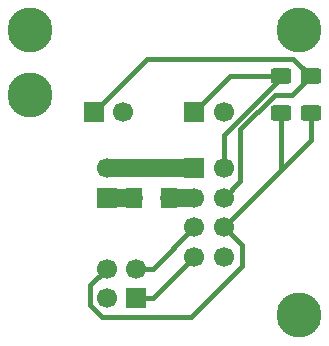
<source format=gbr>
%TF.GenerationSoftware,KiCad,Pcbnew,(7.0.0)*%
%TF.CreationDate,2023-03-06T19:44:32-05:00*%
%TF.ProjectId,Module Board,4d6f6475-6c65-4204-926f-6172642e6b69,rev?*%
%TF.SameCoordinates,Original*%
%TF.FileFunction,Copper,L1,Top*%
%TF.FilePolarity,Positive*%
%FSLAX46Y46*%
G04 Gerber Fmt 4.6, Leading zero omitted, Abs format (unit mm)*
G04 Created by KiCad (PCBNEW (7.0.0)) date 2023-03-06 19:44:32*
%MOMM*%
%LPD*%
G01*
G04 APERTURE LIST*
G04 Aperture macros list*
%AMRoundRect*
0 Rectangle with rounded corners*
0 $1 Rounding radius*
0 $2 $3 $4 $5 $6 $7 $8 $9 X,Y pos of 4 corners*
0 Add a 4 corners polygon primitive as box body*
4,1,4,$2,$3,$4,$5,$6,$7,$8,$9,$2,$3,0*
0 Add four circle primitives for the rounded corners*
1,1,$1+$1,$2,$3*
1,1,$1+$1,$4,$5*
1,1,$1+$1,$6,$7*
1,1,$1+$1,$8,$9*
0 Add four rect primitives between the rounded corners*
20,1,$1+$1,$2,$3,$4,$5,0*
20,1,$1+$1,$4,$5,$6,$7,0*
20,1,$1+$1,$6,$7,$8,$9,0*
20,1,$1+$1,$8,$9,$2,$3,0*%
G04 Aperture macros list end*
%TA.AperFunction,ComponentPad*%
%ADD10C,2.600000*%
%TD*%
%TA.AperFunction,SMDPad,CuDef*%
%ADD11RoundRect,0.250000X-0.625000X0.400000X-0.625000X-0.400000X0.625000X-0.400000X0.625000X0.400000X0*%
%TD*%
%TA.AperFunction,ComponentPad*%
%ADD12R,1.700000X1.700000*%
%TD*%
%TA.AperFunction,ComponentPad*%
%ADD13C,1.700000*%
%TD*%
%TA.AperFunction,ConnectorPad*%
%ADD14C,3.800000*%
%TD*%
%TA.AperFunction,SMDPad,CuDef*%
%ADD15RoundRect,0.250001X-0.462499X-0.624999X0.462499X-0.624999X0.462499X0.624999X-0.462499X0.624999X0*%
%TD*%
%TA.AperFunction,Conductor*%
%ADD16C,1.524000*%
%TD*%
%TA.AperFunction,Conductor*%
%ADD17C,0.381000*%
%TD*%
G04 APERTURE END LIST*
D10*
%TO.P,,1*%
%TO.N,N/C*%
X113411000Y-63246000D03*
%TD*%
D11*
%TO.P,R1,1*%
%TO.N,/ULS*%
X134620000Y-61696000D03*
%TO.P,R1,2*%
%TO.N,+3V3*%
X134620000Y-64796000D03*
%TD*%
%TO.P,R2,1*%
%TO.N,/LLS*%
X137160000Y-61670000D03*
%TO.P,R2,2*%
%TO.N,+3V3*%
X137160000Y-64770000D03*
%TD*%
D12*
%TO.P,J1,1,Pin_1*%
%TO.N,/ULS*%
X127291499Y-64711000D03*
D13*
%TO.P,J1,2,Pin_2*%
%TO.N,GND*%
X129791500Y-64711001D03*
%TD*%
D10*
%TO.P,REF\u002A\u002A,1*%
%TO.N,N/C*%
X113411000Y-57785000D03*
D14*
X113411000Y-57785000D03*
%TD*%
D12*
%TO.P,J3,1,Pin_1*%
%TO.N,/SDA*%
X122387999Y-80477999D03*
D13*
%TO.P,J3,2,Pin_2*%
%TO.N,/SCL*%
X122388000Y-77978000D03*
%TO.P,J3,3,Pin_3*%
%TO.N,GND*%
X119888000Y-80478000D03*
%TO.P,J3,4,Pin_4*%
%TO.N,+3V3*%
X119888000Y-77978000D03*
%TD*%
D10*
%TO.P,REF\u002A\u002A,1*%
%TO.N,N/C*%
X113411000Y-63246000D03*
D14*
X113411000Y-63246000D03*
%TD*%
D12*
%TO.P,J2,1,Pin_1*%
%TO.N,/LLS*%
X118785004Y-64711000D03*
D13*
%TO.P,J2,2,Pin_2*%
%TO.N,GND*%
X121285005Y-64711001D03*
%TD*%
D12*
%TO.P,J5,1,Pin_1*%
%TO.N,/MOTOR_NEG*%
X127293999Y-69462014D03*
D13*
%TO.P,J5,2,Pin_2*%
%TO.N,/MOTOR_POS*%
X127294000Y-71962015D03*
%TO.P,J5,3,Pin_3*%
%TO.N,/SCL*%
X127294000Y-74462015D03*
%TO.P,J5,4,Pin_4*%
%TO.N,/SDA*%
X127294000Y-76962015D03*
%TO.P,J5,5,Pin_5*%
%TO.N,/ULS*%
X129794000Y-69462015D03*
%TO.P,J5,6,Pin_6*%
%TO.N,/LLS*%
X129794000Y-71962015D03*
%TO.P,J5,7,Pin_7*%
%TO.N,+3V3*%
X129794000Y-74462015D03*
%TO.P,J5,8,Pin_8*%
%TO.N,GND*%
X129794000Y-76962015D03*
%TD*%
D12*
%TO.P,J4,1,Pin_1*%
%TO.N,Net-(J4-Pin_1)*%
X119891998Y-71959999D03*
D13*
%TO.P,J4,2,Pin_2*%
%TO.N,/MOTOR_NEG*%
X119891999Y-69460000D03*
%TD*%
D15*
%TO.P,F1,1*%
%TO.N,Net-(J4-Pin_1)*%
X122174000Y-71970000D03*
%TO.P,F1,2*%
%TO.N,/MOTOR_POS*%
X125149000Y-71970000D03*
%TD*%
D10*
%TO.P,REF\u002A\u002A,1*%
%TO.N,N/C*%
X136144000Y-57785000D03*
D14*
X136144000Y-57785000D03*
%TD*%
D10*
%TO.P,REF\u002A\u002A,1*%
%TO.N,N/C*%
X136144000Y-81915000D03*
D14*
X136144000Y-81915000D03*
%TD*%
D16*
%TO.N,Net-(J4-Pin_1)*%
X122164000Y-71960000D02*
X122174000Y-71970000D01*
X119891999Y-71960000D02*
X122164000Y-71960000D01*
%TO.N,/MOTOR_POS*%
X125149000Y-71970000D02*
X127286015Y-71970000D01*
X127286015Y-71970000D02*
X127294000Y-71962015D01*
D17*
%TO.N,/ULS*%
X134620000Y-61696000D02*
X130306501Y-61696000D01*
X134620000Y-61849000D02*
X129794000Y-66675000D01*
X134620000Y-61696000D02*
X134620000Y-61849000D01*
X129794000Y-66675000D02*
X129794000Y-69462015D01*
X130306501Y-61696000D02*
X127291500Y-64711001D01*
%TO.N,/LLS*%
X135688000Y-60198000D02*
X123298006Y-60198000D01*
X137160000Y-61670000D02*
X135584000Y-63246000D01*
X134112000Y-63246000D02*
X131191000Y-66167000D01*
X123298006Y-60198000D02*
X118785005Y-64711001D01*
X135584000Y-63246000D02*
X134112000Y-63246000D01*
X131191000Y-66167000D02*
X131191000Y-70565015D01*
X131191000Y-70565015D02*
X129794000Y-71962015D01*
X137160000Y-61670000D02*
X135688000Y-60198000D01*
%TO.N,+3V3*%
X119507000Y-82042000D02*
X127000000Y-82042000D01*
X131318000Y-77724000D02*
X131318000Y-75986015D01*
X127000000Y-82042000D02*
X131318000Y-77724000D01*
X118491000Y-81026000D02*
X119507000Y-82042000D01*
X137160000Y-64770000D02*
X137160000Y-67096015D01*
X131318000Y-75986015D02*
X129794000Y-74462015D01*
X118491000Y-79375000D02*
X118491000Y-81026000D01*
X119888000Y-77978000D02*
X118491000Y-79375000D01*
X137160000Y-67096015D02*
X129794000Y-74462015D01*
X134620000Y-69636015D02*
X129794000Y-74462015D01*
X134620000Y-64796000D02*
X134620000Y-69636015D01*
%TO.N,/SDA*%
X123778015Y-80478000D02*
X127294000Y-76962015D01*
X122388000Y-80478000D02*
X123778015Y-80478000D01*
%TO.N,/SCL*%
X122388000Y-77978000D02*
X123778015Y-77978000D01*
X123778015Y-77978000D02*
X127294000Y-74462015D01*
D16*
%TO.N,/MOTOR_NEG*%
X127291985Y-69460000D02*
X127294000Y-69462015D01*
X119891999Y-69460000D02*
X127291985Y-69460000D01*
%TD*%
M02*

</source>
